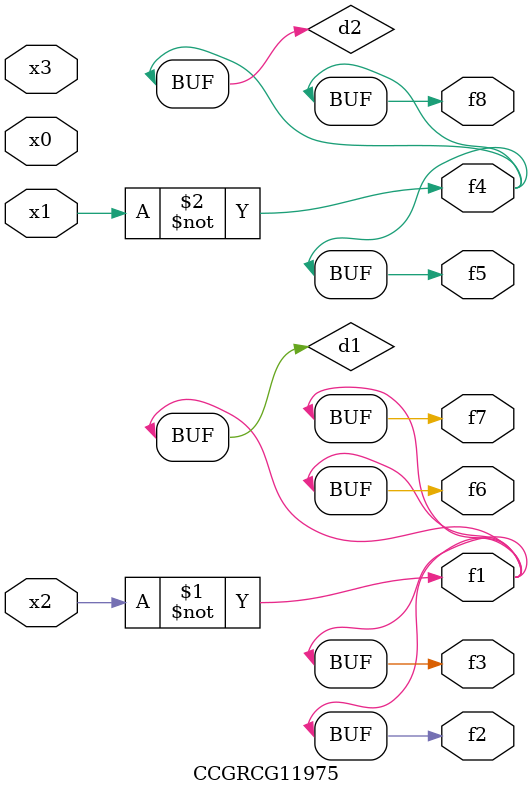
<source format=v>
module CCGRCG11975(
	input x0, x1, x2, x3,
	output f1, f2, f3, f4, f5, f6, f7, f8
);

	wire d1, d2;

	xnor (d1, x2);
	not (d2, x1);
	assign f1 = d1;
	assign f2 = d1;
	assign f3 = d1;
	assign f4 = d2;
	assign f5 = d2;
	assign f6 = d1;
	assign f7 = d1;
	assign f8 = d2;
endmodule

</source>
